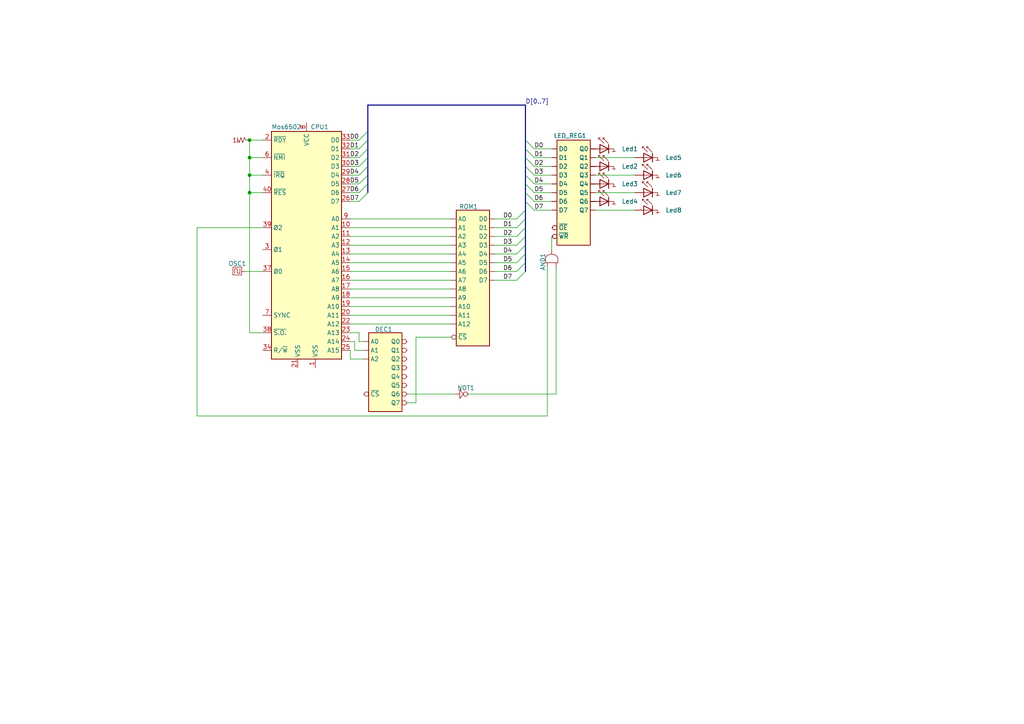
<source format=kicad_sch>
(kicad_sch (version 20230121) (generator eeschema)
  (paper "A4")
  (lib_symbols
    (symbol "chip:8REG" (pin_numbers hide)
      (property "Reference" "8REG" (at -1.016 16.51 0))
      (symbol "8REG_1_0"
        (pin input line (at -6.35 12.7 0) (length 1.5) (name "D0") (number "1"))
        (pin tri_state line (at 6.35 10.16 180) (length 1.5) (name "Q1") (number "10"))
        (pin tri_state line (at 6.35 7.62 180) (length 1.5) (name "Q2") (number "11"))
        (pin tri_state line (at 6.35 5.08 180) (length 1.5) (name "Q3") (number "12"))
        (pin tri_state line (at 6.35 2.54 180) (length 1.5) (name "Q4") (number "13"))
        (pin tri_state line (at 6.35 0 180) (length 1.5) (name "Q5") (number "14"))
        (pin tri_state line (at 6.35 -2.54 180) (length 1.5) (name "Q6") (number "15"))
        (pin tri_state line (at 6.35 -5.08 180) (length 1.5) (name "Q7") (number "16"))
        (pin input inverted (at -6.35 -10.16 0) (length 1.5) (name "~{OE}") (number "18"))
        (pin input line (at -6.35 10.16 0) (length 1.5) (name "D1") (number "2"))
        (pin input line (at -6.35 7.62 0) (length 1.5) (name "D2") (number "3"))
        (pin input line (at -6.35 5.08 0) (length 1.5) (name "D3") (number "4"))
        (pin input line (at -6.35 2.54 0) (length 1.5) (name "D4") (number "5"))
        (pin input line (at -6.35 0 0) (length 1.5) (name "D5") (number "6"))
        (pin input line (at -6.35 -2.54 0) (length 1.5) (name "D6") (number "7"))
        (pin input line (at -6.35 -5.08 0) (length 1.5) (name "D7") (number "8"))
        (pin tri_state line (at 6.35 12.7 180) (length 1.5) (name "Q0") (number "9"))
      )
      (symbol "8REG_1_1"
        (rectangle (start -4.826 15.24) (end 4.826 -15.24) (stroke (width 0.254)) (fill (type background)))
        (pin input inverted (at -6.35 -12.7 0) (length 1.5) (name "~{WR}") (number "17"))
      )
    )
    (symbol "chip:AND" (pin_numbers hide) (pin_names hide)
      (property "Reference" "AND" (at -1.016 2.54 0))
      (symbol "AND_0_1"
        (polyline (pts (xy 0.254 1.778) (xy -1.27 1.778) (xy -1.27 -1.778) (xy 0.254 -1.778)))
        (arc (start 0.254 -1.778) (mid 1.2096 0) (end 0.254 1.778))
      )
      (symbol "AND_1_1"
        (pin input line (at -2.54 1.27 0) (length 1.25) (name "IN0") (number "1"))
        (pin input line (at -2.54 -1.27 0) (length 1.25) (name "IN1") (number "2"))
        (pin output line (at 2.54 0 180) (length 1.25) (name "OUT") (number "3"))
      )
    )
    (symbol "chip:DECODE_3BIT" (pin_numbers hide)
      (property "Reference" "DEC" (at -3.048 12.954 0))
      (symbol "DECODE_3BIT_1_1"
        (rectangle (start -4.826 12.7) (end 4.826 -10.16) (stroke (width 0.254)) (fill (type background)))
        (pin input line (at -6.35 10.16 0) (length 1.5) (name "A0") (number "1"))
        (pin tri_state inverted (at 6.35 -5.08 180) (length 1.5) (name "Q6") (number "10"))
        (pin tri_state inverted (at 6.35 -7.62 180) (length 1.5) (name "Q7") (number "11"))
        (pin input inverted (at -6.35 -5.08 0) (length 1.5) (name "~{CS}") (number "12"))
        (pin input line (at -6.35 7.62 0) (length 1.5) (name "A1") (number "2"))
        (pin input line (at -6.35 5.08 0) (length 1.5) (name "A2") (number "3"))
        (pin tri_state inverted (at 6.35 10.16 180) (length 1.5) (name "Q0") (number "4"))
        (pin tri_state inverted (at 6.35 7.62 180) (length 1.5) (name "Q1") (number "5"))
        (pin tri_state inverted (at 6.35 5.08 180) (length 1.5) (name "Q2") (number "6"))
        (pin tri_state inverted (at 6.35 2.54 180) (length 1.5) (name "Q3") (number "7"))
        (pin tri_state inverted (at 6.35 0 180) (length 1.5) (name "Q4") (number "8"))
        (pin tri_state inverted (at 6.35 -2.54 180) (length 1.5) (name "Q5") (number "9"))
      )
    )
    (symbol "chip:LED" (pin_numbers hide) (pin_names (offset 1.016) hide)
      (property "Reference" "Led" (at 1.016 -2.286 0))
      (symbol "LED_0_1"
        (polyline (pts (xy 2.159 3.175) (xy 2.667 3.175)))
        (polyline (pts (xy 2.54 0) (xy 5.08 0)))
        (polyline (pts (xy 5.08 1.27) (xy 5.08 -1.27)) (stroke (width 0.254)))
        (polyline (pts (xy 3.683 1.651) (xy 2.159 3.175) (xy 2.159 2.667)))
        (polyline (pts (xy 6.096 -0.762) (xy 7.112 -0.762) (xy 6.858 -0.762)))
        (polyline (pts (xy 2.54 -1.27) (xy 5.08 0) (xy 2.54 1.27) (xy 2.54 -1.27)) (stroke (width 0.254)))
        (polyline (pts (xy 5.08 0) (xy 5.842 0) (xy 6.604 0) (xy 6.604 -0.762)))
        (polyline (pts (xy 4.953 1.651) (xy 3.429 3.175) (xy 3.429 2.667) (xy 3.429 3.175) (xy 3.937 3.175)))
      )
      (symbol "LED_1_1"
        (pin input line (at 0 0 0) (length 2.54) (name "IN") (number "1"))
      )
    )
    (symbol "chip:NOT" (pin_numbers hide) (pin_names (offset 0) hide)
      (property "Reference" "NOT" (at 0.508 1.778 0))
      (symbol "NOT_0_1"
        (polyline (pts (xy -1.27 1.27) (xy -0.254 0) (xy -1.27 -1.27) (xy -1.27 1.27)))
      )
      (symbol "NOT_1_1"
        (pin input line (at -2.54 0 0) (length 1.25) (name "IN") (number ""))
        (pin output inverted (at 1.27 0 180) (length 1.5) (name "OUT") (number "1"))
      )
    )
    (symbol "chip:OSCILLATOR" (pin_numbers hide) (pin_names hide)
      (property "Reference" "OSC" (at -2.286 2.286 0))
      (symbol "OSCILLATOR_0_1"
        (rectangle (start -3.556 1.27) (end -1.016 -1.016))
        (polyline (pts (xy -1.524 0.762) (xy -1.524 -0.508) (xy -2.286 -0.508) (xy -2.286 0.762) (xy -3.048 0.762) (xy -3.048 -0.508)))
      )
      (symbol "OSCILLATOR_1_1"
        (pin output line (at 0 0 180) (length 1) (name "OUT") (number "1"))
      )
    )
    (symbol "chip:PULLUP" (pin_numbers hide) (pin_names (offset 0) hide)
      (symbol "PULLUP_0_1"
        (polyline (pts (xy -3.54 0) (xy -3.54 -0.762)))
        (polyline (pts (xy -1 0) (xy -1.508 0.762) (xy -2.016 -0.762) (xy -2.524 0.762) (xy -3.032 -0.762) (xy -3.286 0) (xy -3.54 0) (xy -3.54 0.762)))
      )
      (symbol "PULLUP_1_1"
        (text "1" (at -4.318 0 0) (effects (font (size 1.27 1.27))))
        (pin tri_state line (at 0 0 180) (length 1) (name "OUT") (number "1"))
      )
    )
    (symbol "chip:ROM8K" (pin_numbers hide)
      (property "Reference" "ROM" (at -1.27 20.066 0))
      (symbol "ROM8K_1_1"
        (rectangle (start -4.826 19.05) (end 4.826 -20.32) (stroke (width 0.254)) (fill (type background)))
        (pin input line (at -6.35 16.51 0) (length 1.5) (name "A0") (number "1"))
        (pin input line (at -6.35 1.27 0) (length 1.5) (name "A6") (number "10"))
        (pin input line (at -6.35 -1.27 0) (length 1.5) (name "A7") (number "11"))
        (pin input line (at -6.35 -3.81 0) (length 1.5) (name "A8") (number "12"))
        (pin input line (at -6.35 -6.35 0) (length 1.5) (name "A9") (number "13"))
        (pin tri_state line (at 6.35 16.51 180) (length 1.5) (name "D0") (number "14"))
        (pin tri_state line (at 6.35 13.97 180) (length 1.5) (name "D1") (number "15"))
        (pin tri_state line (at 6.35 11.43 180) (length 1.5) (name "D2") (number "16"))
        (pin tri_state line (at 6.35 8.89 180) (length 1.5) (name "D3") (number "17"))
        (pin tri_state line (at 6.35 6.35 180) (length 1.5) (name "D4") (number "18"))
        (pin tri_state line (at 6.35 3.81 180) (length 1.5) (name "D5") (number "19"))
        (pin input line (at -6.35 13.97 0) (length 1.5) (name "A1") (number "2"))
        (pin tri_state line (at 6.35 1.27 180) (length 1.5) (name "D6") (number "20"))
        (pin tri_state line (at 6.35 -1.27 180) (length 1.5) (name "D7") (number "21"))
        (pin input inverted (at -6.35 -17.78 0) (length 1.5) (name "~{CS}") (number "22"))
        (pin input line (at -6.35 -8.89 0) (length 1.5) (name "A10") (number "3"))
        (pin input line (at -6.35 -11.43 0) (length 1.5) (name "A11") (number "4"))
        (pin input line (at -6.35 -13.97 0) (length 1.5) (name "A12") (number "5"))
        (pin input line (at -6.35 11.43 0) (length 1.5) (name "A2") (number "6"))
        (pin input line (at -6.35 8.89 0) (length 1.5) (name "A3") (number "7"))
        (pin input line (at -6.35 6.35 0) (length 1.5) (name "A4") (number "8"))
        (pin input line (at -6.35 3.81 0) (length 1.5) (name "A5") (number "9"))
      )
    )
    (symbol "retro:Mos6502"
      (property "Reference" "U" (at -8.89 34.29 0))
      (property "Value" "Mos6502" (at 10.16 34.29 0))
      (symbol "Mos6502_0_1"
        (rectangle (start -10.16 -33.02) (end 10.16 33.02) (stroke (width 0.254)) (fill (type background)))
      )
      (symbol "Mos6502_1_1"
        (pin power_in line (at -2.54 -35.56 90) (length 2.54) (name "VSS") (number "1"))
        (pin output line (at -12.7 5.08 0) (length 2.54) (name "A1") (number "10"))
        (pin output line (at -12.7 2.54 0) (length 2.54) (name "A2") (number "11"))
        (pin output line (at -12.7 0 0) (length 2.54) (name "A3") (number "12"))
        (pin output line (at -12.7 -2.54 0) (length 2.54) (name "A4") (number "13"))
        (pin output line (at -12.7 -5.08 0) (length 2.54) (name "A5") (number "14"))
        (pin output line (at -12.7 -7.62 0) (length 2.54) (name "A6") (number "15"))
        (pin output line (at -12.7 -10.16 0) (length 2.54) (name "A7") (number "16"))
        (pin output line (at -12.7 -12.7 0) (length 2.54) (name "A8") (number "17"))
        (pin output line (at -12.7 -15.24 0) (length 2.54) (name "A9") (number "18"))
        (pin output line (at -12.7 -17.78 0) (length 2.54) (name "A10") (number "19"))
        (pin input line (at 12.7 30.48 180) (length 2.54) (name "~{RDY}") (number "2"))
        (pin output line (at -12.7 -20.32 0) (length 2.54) (name "A11") (number "20"))
        (pin power_in line (at 2.54 -35.56 90) (length 2.54) (name "VSS") (number "21"))
        (pin output line (at -12.7 -22.86 0) (length 2.54) (name "A12") (number "22"))
        (pin output line (at -12.7 -25.4 0) (length 2.54) (name "A13") (number "23"))
        (pin output line (at -12.7 -27.94 0) (length 2.54) (name "A14") (number "24"))
        (pin output line (at -12.7 -30.48 0) (length 2.54) (name "A15") (number "25"))
        (pin bidirectional line (at -12.7 12.7 0) (length 2.54) (name "D7") (number "26"))
        (pin bidirectional line (at -12.7 15.24 0) (length 2.54) (name "D6") (number "27"))
        (pin bidirectional line (at -12.7 17.78 0) (length 2.54) (name "D5") (number "28"))
        (pin bidirectional line (at -12.7 20.32 0) (length 2.54) (name "D4") (number "29"))
        (pin output line (at 12.7 -1.27 180) (length 2.54) (name "Ø1") (number "3"))
        (pin bidirectional line (at -12.7 22.86 0) (length 2.54) (name "D3") (number "30"))
        (pin bidirectional line (at -12.7 25.4 0) (length 2.54) (name "D2") (number "31"))
        (pin bidirectional line (at -12.7 27.94 0) (length 2.54) (name "D1") (number "32"))
        (pin bidirectional line (at -12.7 30.48 0) (length 2.54) (name "D0") (number "33"))
        (pin output line (at 12.7 -30.48 180) (length 2.54) (name "R/~{W}") (number "34"))
        (pin no_connect line (at 12.7 -15.24 180) (length 2.54) hide (name "N.C.") (number "35"))
        (pin no_connect line (at 12.7 -12.7 180) (length 2.54) hide (name "N.C.") (number "36"))
        (pin input line (at 12.7 -7.62 180) (length 2.54) (name "Ø0") (number "37"))
        (pin input line (at 12.7 -25.4 180) (length 2.54) (name "~{S.O.}") (number "38"))
        (pin output line (at 12.7 5.08 180) (length 2.54) (name "Ø2") (number "39"))
        (pin input line (at 12.7 20.32 180) (length 2.54) (name "~{IRQ}") (number "4"))
        (pin input line (at 12.7 15.24 180) (length 2.54) (name "~{RES}") (number "40"))
        (pin no_connect line (at 12.7 10.16 180) (length 2.54) hide (name "N.C.") (number "5"))
        (pin input line (at 12.7 25.4 180) (length 2.54) (name "~{NMI}") (number "6"))
        (pin output line (at 12.7 -20.32 180) (length 2.54) (name "SYNC") (number "7"))
        (pin power_in line (at 0 35.56 270) (length 2.54) (name "VCC") (number "8"))
        (pin output line (at -12.7 7.62 0) (length 2.54) (name "A0") (number "9"))
      )
    )
  )
  (junction (at 72.39 40.64))
  (junction (at 72.39 50.8))
  (junction (at 72.39 45.72))
  (junction (at 72.39 55.88))
  (bus_entry (at 152.4 43.18) (size 2.54 2.54))
  (bus_entry (at 152.4 55.88) (size 2.54 2.54))
  (bus_entry (at 106.68 53.34) (size -2.54 2.54))
  (bus_entry (at 152.4 48.26) (size 2.54 2.54))
  (bus_entry (at 152.4 40.64) (size 2.54 2.54))
  (bus_entry (at 152.4 76.2) (size -2.54 2.54))
  (bus_entry (at 106.68 40.64) (size -2.54 2.54))
  (bus_entry (at 152.4 50.8) (size 2.54 2.54))
  (bus_entry (at 152.4 68.58) (size -2.54 2.54))
  (bus_entry (at 152.4 58.42) (size 2.54 2.54))
  (bus_entry (at 152.4 60.96) (size -2.54 2.54))
  (bus_entry (at 152.4 71.12) (size -2.54 2.54))
  (bus_entry (at 152.4 45.72) (size 2.54 2.54))
  (bus_entry (at 106.68 48.26) (size -2.54 2.54))
  (bus_entry (at 152.4 63.5) (size -2.54 2.54))
  (bus_entry (at 152.4 66.04) (size -2.54 2.54))
  (bus_entry (at 106.68 43.18) (size -2.54 2.54))
  (bus_entry (at 106.68 38.1) (size -2.54 2.54))
  (bus_entry (at 152.4 73.66) (size -2.54 2.54))
  (bus_entry (at 152.4 78.74) (size -2.54 2.54))
  (bus_entry (at 106.68 45.72) (size -2.54 2.54))
  (bus_entry (at 152.4 53.34) (size 2.54 2.54))
  (bus_entry (at 106.68 50.8) (size -2.54 2.54))
  (bus_entry (at 106.68 55.88) (size -2.54 2.54))
  (bus (pts (xy 152.4 71.12) (xy 152.4 73.66)))
  (wire (pts (xy 101.6 50.8) (xy 104.14 50.8)))
  (wire (pts (xy 72.39 40.64) (xy 72.39 45.72)))
  (wire (pts (xy 101.6 93.98) (xy 130.81 93.98)))
  (bus (pts (xy 106.68 48.26) (xy 106.68 50.8)))
  (wire (pts (xy 161.29 77.47) (xy 161.29 114.3)))
  (wire (pts (xy 101.6 43.18) (xy 104.14 43.18)))
  (wire (pts (xy 101.6 76.2) (xy 130.81 76.2)))
  (wire (pts (xy 154.94 48.26) (xy 160.02 48.26)))
  (wire (pts (xy 101.6 73.66) (xy 130.81 73.66)))
  (bus (pts (xy 106.68 53.34) (xy 106.68 55.88)))
  (wire (pts (xy 72.39 50.8) (xy 72.39 55.88)))
  (bus (pts (xy 152.4 55.88) (xy 152.4 58.42)))
  (wire (pts (xy 101.6 71.12) (xy 130.81 71.12)))
  (wire (pts (xy 154.94 53.34) (xy 160.02 53.34)))
  (wire (pts (xy 101.6 63.5) (xy 130.81 63.5)))
  (bus (pts (xy 152.4 45.72) (xy 152.4 48.26)))
  (wire (pts (xy 118.11 114.3) (xy 132.08 114.3)))
  (wire (pts (xy 154.94 60.96) (xy 160.02 60.96)))
  (bus (pts (xy 152.4 30.48) (xy 152.4 40.64)))
  (bus (pts (xy 106.68 30.48) (xy 152.4 30.48)))
  (wire (pts (xy 172.72 43.18) (xy 171.45 43.18)))
  (wire (pts (xy 72.39 50.8) (xy 76.2 50.8)))
  (bus (pts (xy 106.68 38.1) (xy 106.68 40.64)))
  (wire (pts (xy 149.86 63.5) (xy 143.51 63.5)))
  (wire (pts (xy 101.6 45.72) (xy 104.14 45.72)))
  (wire (pts (xy 101.6 104.14) (xy 101.6 101.6)))
  (bus (pts (xy 152.4 60.96) (xy 152.4 63.5)))
  (wire (pts (xy 101.6 83.82) (xy 130.81 83.82)))
  (wire (pts (xy 102.87 101.6) (xy 105.41 101.6)))
  (bus (pts (xy 152.4 66.04) (xy 152.4 68.58)))
  (wire (pts (xy 120.65 97.79) (xy 130.81 97.79)))
  (bus (pts (xy 152.4 50.8) (xy 152.4 53.34)))
  (wire (pts (xy 149.86 66.04) (xy 143.51 66.04)))
  (wire (pts (xy 101.6 81.28) (xy 130.81 81.28)))
  (wire (pts (xy 149.86 76.2) (xy 143.51 76.2)))
  (wire (pts (xy 101.6 66.04) (xy 130.81 66.04)))
  (wire (pts (xy 76.2 66.04) (xy 57.15 66.04)))
  (bus (pts (xy 152.4 40.64) (xy 152.4 43.18)))
  (bus (pts (xy 152.4 43.18) (xy 152.4 45.72)))
  (wire (pts (xy 184.15 55.88) (xy 172.72 55.88)))
  (wire (pts (xy 135.89 114.3) (xy 161.29 114.3)))
  (bus (pts (xy 106.68 40.64) (xy 106.68 43.18)))
  (bus (pts (xy 152.4 58.42) (xy 152.4 60.96)))
  (wire (pts (xy 120.65 116.84) (xy 120.65 97.79)))
  (wire (pts (xy 101.6 58.42) (xy 104.14 58.42)))
  (wire (pts (xy 101.6 68.58) (xy 130.81 68.58)))
  (wire (pts (xy 101.6 88.9) (xy 130.81 88.9)))
  (wire (pts (xy 104.14 99.06) (xy 105.41 99.06)))
  (wire (pts (xy 172.72 48.26) (xy 171.45 48.26)))
  (wire (pts (xy 57.15 120.65) (xy 158.75 120.65)))
  (wire (pts (xy 154.94 45.72) (xy 160.02 45.72)))
  (wire (pts (xy 154.94 58.42) (xy 160.02 58.42)))
  (bus (pts (xy 152.4 76.2) (xy 152.4 78.74)))
  (wire (pts (xy 101.6 78.74) (xy 130.81 78.74)))
  (wire (pts (xy 101.6 55.88) (xy 104.14 55.88)))
  (wire (pts (xy 154.94 43.18) (xy 160.02 43.18)))
  (wire (pts (xy 101.6 40.64) (xy 104.14 40.64)))
  (wire (pts (xy 57.15 66.04) (xy 57.15 120.65)))
  (wire (pts (xy 76.2 40.64) (xy 72.39 40.64)))
  (wire (pts (xy 158.75 120.65) (xy 158.75 77.47)))
  (bus (pts (xy 152.4 48.26) (xy 152.4 50.8)))
  (bus (pts (xy 152.4 68.58) (xy 152.4 71.12)))
  (wire (pts (xy 184.15 45.72) (xy 172.72 45.72)))
  (wire (pts (xy 104.14 96.52) (xy 101.6 96.52)))
  (wire (pts (xy 72.39 45.72) (xy 76.2 45.72)))
  (wire (pts (xy 184.15 60.96) (xy 172.72 60.96)))
  (wire (pts (xy 172.72 53.34) (xy 171.45 53.34)))
  (wire (pts (xy 184.15 50.8) (xy 172.72 50.8)))
  (wire (pts (xy 101.6 91.44) (xy 130.81 91.44)))
  (wire (pts (xy 104.14 99.06) (xy 104.14 96.52)))
  (wire (pts (xy 76.2 78.74) (xy 71.12 78.74)))
  (wire (pts (xy 101.6 86.36) (xy 130.81 86.36)))
  (wire (pts (xy 154.94 55.88) (xy 160.02 55.88)))
  (wire (pts (xy 149.86 68.58) (xy 143.51 68.58)))
  (wire (pts (xy 101.6 104.14) (xy 105.41 104.14)))
  (bus (pts (xy 106.68 45.72) (xy 106.68 48.26)))
  (wire (pts (xy 72.39 45.72) (xy 72.39 50.8)))
  (bus (pts (xy 152.4 63.5) (xy 152.4 66.04)))
  (wire (pts (xy 149.86 73.66) (xy 143.51 73.66)))
  (bus (pts (xy 106.68 38.1) (xy 106.68 30.48)))
  (wire (pts (xy 101.6 53.34) (xy 104.14 53.34)))
  (wire (pts (xy 149.86 78.74) (xy 143.51 78.74)))
  (wire (pts (xy 172.72 58.42) (xy 171.45 58.42)))
  (wire (pts (xy 160.02 72.39) (xy 160.02 68.58)))
  (wire (pts (xy 149.86 71.12) (xy 143.51 71.12)))
  (bus (pts (xy 152.4 73.66) (xy 152.4 76.2)))
  (wire (pts (xy 154.94 50.8) (xy 160.02 50.8)))
  (wire (pts (xy 72.39 96.52) (xy 76.2 96.52)))
  (bus (pts (xy 152.4 53.34) (xy 152.4 55.88)))
  (bus (pts (xy 106.68 50.8) (xy 106.68 53.34)))
  (wire (pts (xy 118.11 116.84) (xy 120.65 116.84)))
  (wire (pts (xy 102.87 101.6) (xy 102.87 99.06)))
  (wire (pts (xy 72.39 55.88) (xy 72.39 96.52)))
  (bus (pts (xy 106.68 43.18) (xy 106.68 45.72)))
  (wire (pts (xy 101.6 48.26) (xy 104.14 48.26)))
  (wire (pts (xy 72.39 55.88) (xy 76.2 55.88)))
  (wire (pts (xy 102.87 99.06) (xy 101.6 99.06)))
  (wire (pts (xy 149.86 81.28) (xy 143.51 81.28)))
  (label "D6" (at 154.94 58.42 0))
  (label "D5" (at 148.59 76.2 180))
  (label "D5" (at 154.94 55.88 0))
  (label "D4" (at 104.14 50.8 180))
  (label "D4" (at 154.94 53.34 0))
  (label "D6" (at 148.59 78.74 180))
  (label "D0" (at 148.59 63.5 180))
  (label "D1" (at 104.14 43.18 180))
  (label "D0" (at 104.14 40.64 180))
  (label "D2" (at 154.94 48.26 0))
  (label "D3" (at 104.14 48.26 180))
  (label "D1" (at 154.94 45.72 0))
  (label "D2" (at 148.59 68.58 180))
  (label "D5" (at 104.14 53.34 180))
  (label "D1" (at 148.59 66.04 180))
  (label "D7" (at 148.59 81.28 180))
  (label "D2" (at 104.14 45.72 180))
  (label "D3" (at 148.59 71.12 180))
  (label "D7" (at 154.94 60.96 0))
  (label "D3" (at 154.94 50.8 0))
  (label "D0" (at 154.94 43.18 0))
  (label "D6" (at 104.14 55.88 180))
  (label "D7" (at 104.14 58.42 180))
  (label "D4" (at 148.59 73.66 180))
  (label "D[0..7]" (at 152.4 30.48 0))
  (symbol (lib_id "chip:NOT") (at 134.62 114.3 0) (unit 1)
    (property "Reference" "NOT1" (at 135.128 112.522 0))
    (property "Value" "NOT" (effects hide))
  )
  (symbol (lib_id "chip:LED") (at 171.45 48.26 0) (unit 1)
    (property "Reference" "Led2" (at 180.34 48.26 0) (effects (justify left)))
  )
  (symbol (lib_id "chip:LED") (at 184.15 60.96 0) (unit 1)
    (property "Reference" "Led8" (at 193.04 60.96 0) (effects (justify left)))
  )
  (symbol (lib_id "chip:AND") (at 160.02 74.93 90) (unit 1)
    (property "Reference" "AND1" (at 157.48 75.946 0))
    (property "Value" "AND" (effects hide))
  )
  (symbol (lib_id "chip:PULLUP") (at 72.39 40.64 0) (unit 1)
    (property "Reference" "pullup1" (effects hide))
    (property "Value" "pull_up" (effects hide))
  )
  (symbol (lib_id "chip:LED") (at 171.45 58.42 0) (unit 1)
    (property "Reference" "Led4" (at 180.34 58.42 0) (effects (justify left)))
  )
  (symbol (lib_id "chip:LED") (at 184.15 45.72 0) (unit 1)
    (property "Reference" "Led5" (at 193.04 45.72 0) (effects (justify left)))
  )
  (symbol (lib_id "chip:LED") (at 184.15 50.8 0) (unit 1)
    (property "Reference" "Led6" (at 193.04 50.8 0) (effects (justify left)))
  )
  (symbol (lib_id "chip:DECODE_3BIT") (at 111.76 109.22 0) (unit 1)
    (property "Reference" "DEC1" (at 108.712 96.266 0) (effects (justify left bottom)))
    (property "Value" "decode_3_bit" (effects hide))
  )
  (symbol (lib_id "chip:LED") (at 171.45 53.34 0) (unit 1)
    (property "Reference" "Led3" (at 180.34 53.34 0) (effects (justify left)))
  )
  (symbol (lib_id "retro:Mos6502") (at 88.9 71.12 0) (mirror y) (unit 1)
    (property "Reference" "CPU1" (at 92.71 36.83 0))
    (property "Value" "Mos6502" (at 78.74 36.83 0) (effects (justify right)))
    (property "Footprint" "Package_DIP:DIP-40_W15.24mm" (effects hide))
    (property "Datasheet" "http://archive.6502.org/datasheets/mos_6500_mpu_nov_1985.pdf" (effects hide))
  )
  (symbol (lib_id "chip:LED") (at 184.15 55.88 0) (unit 1)
    (property "Reference" "Led7" (at 193.04 55.88 0) (effects (justify left)))
  )
  (symbol (lib_id "chip:8REG") (at 166.37 55.88 0) (unit 1)
    (property "Reference" "LED_REG1" (at 165.354 39.37 0))
    (property "Value" "LED_REG" (effects hide))
  )
  (symbol (lib_id "chip:LED") (at 171.45 43.18 0) (unit 1)
    (property "Reference" "Led1" (at 180.34 43.18 0) (effects (justify left)))
  )
  (symbol (lib_id "chip:OSCILLATOR") (at 71.12 78.74 0) (unit 1)
    (property "Reference" "OSC1" (at 68.834 76.454 0))
    (property "Value" "OSC" (effects hide))
  )
  (symbol (lib_id "chip:ROM8K") (at 137.16 80.01 0) (unit 1)
    (property "Reference" "ROM1" (at 135.89 59.944 0))
    (property "Value" "ROM" (effects hide))
  )
)
</source>
